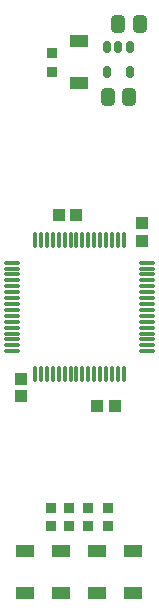
<source format=gbp>
G04*
G04 #@! TF.GenerationSoftware,Altium Limited,Altium Designer,21.0.9 (235)*
G04*
G04 Layer_Color=128*
%FSLAX25Y25*%
%MOIN*%
G70*
G04*
G04 #@! TF.SameCoordinates,CEEBEC93-FDC5-4B9E-8111-BC73F9B13B43*
G04*
G04*
G04 #@! TF.FilePolarity,Positive*
G04*
G01*
G75*
G04:AMPARAMS|DCode=21|XSize=45.28mil|YSize=57.09mil|CornerRadius=11.32mil|HoleSize=0mil|Usage=FLASHONLY|Rotation=180.000|XOffset=0mil|YOffset=0mil|HoleType=Round|Shape=RoundedRectangle|*
%AMROUNDEDRECTD21*
21,1,0.04528,0.03445,0,0,180.0*
21,1,0.02264,0.05709,0,0,180.0*
1,1,0.02264,-0.01132,0.01722*
1,1,0.02264,0.01132,0.01722*
1,1,0.02264,0.01132,-0.01722*
1,1,0.02264,-0.01132,-0.01722*
%
%ADD21ROUNDEDRECTD21*%
%ADD22R,0.04134X0.03937*%
%ADD24R,0.06299X0.03937*%
%ADD25R,0.03740X0.03543*%
G04:AMPARAMS|DCode=26|XSize=23.62mil|YSize=39.37mil|CornerRadius=5.91mil|HoleSize=0mil|Usage=FLASHONLY|Rotation=0.000|XOffset=0mil|YOffset=0mil|HoleType=Round|Shape=RoundedRectangle|*
%AMROUNDEDRECTD26*
21,1,0.02362,0.02756,0,0,0.0*
21,1,0.01181,0.03937,0,0,0.0*
1,1,0.01181,0.00591,-0.01378*
1,1,0.01181,-0.00591,-0.01378*
1,1,0.01181,-0.00591,0.01378*
1,1,0.01181,0.00591,0.01378*
%
%ADD26ROUNDEDRECTD26*%
%ADD27O,0.05512X0.01181*%
%ADD28O,0.01181X0.05512*%
%ADD29R,0.03937X0.04134*%
D21*
X45457Y170909D02*
D03*
X52543D02*
D03*
X56043Y195409D02*
D03*
X48957D02*
D03*
D22*
X29047Y131500D02*
D03*
X34953D02*
D03*
X47811Y68000D02*
D03*
X41906D02*
D03*
D24*
X36000Y175500D02*
D03*
Y189500D02*
D03*
X54000Y19500D02*
D03*
Y5500D02*
D03*
X30000D02*
D03*
Y19500D02*
D03*
X18000Y5500D02*
D03*
Y19500D02*
D03*
X42000Y5500D02*
D03*
Y19500D02*
D03*
D25*
X26500Y34150D02*
D03*
Y27850D02*
D03*
X32500Y34150D02*
D03*
Y27850D02*
D03*
X39000Y34150D02*
D03*
Y27850D02*
D03*
X45500Y34150D02*
D03*
Y27850D02*
D03*
X27000Y179350D02*
D03*
Y185650D02*
D03*
D26*
X45260Y187583D02*
D03*
X49000D02*
D03*
X52740D02*
D03*
X45260Y179236D02*
D03*
X52740D02*
D03*
D27*
X58441Y86236D02*
D03*
Y88205D02*
D03*
Y90173D02*
D03*
X58441Y92142D02*
D03*
X58441Y94110D02*
D03*
Y96079D02*
D03*
Y98047D02*
D03*
Y100016D02*
D03*
Y101984D02*
D03*
Y103953D02*
D03*
Y105921D02*
D03*
Y107890D02*
D03*
Y109858D02*
D03*
Y111827D02*
D03*
Y113795D02*
D03*
Y115764D02*
D03*
X13559D02*
D03*
Y113795D02*
D03*
Y111827D02*
D03*
Y109858D02*
D03*
Y107890D02*
D03*
Y105921D02*
D03*
Y103953D02*
D03*
Y101984D02*
D03*
Y100016D02*
D03*
Y98047D02*
D03*
Y96079D02*
D03*
Y94110D02*
D03*
Y92142D02*
D03*
Y90173D02*
D03*
Y88205D02*
D03*
Y86236D02*
D03*
D28*
X50764Y123441D02*
D03*
X48795D02*
D03*
X46827D02*
D03*
X44858D02*
D03*
X42890D02*
D03*
X40921D02*
D03*
X38953D02*
D03*
X36984D02*
D03*
X35016D02*
D03*
X33047D02*
D03*
X31079D02*
D03*
X29110D02*
D03*
X27142D02*
D03*
X25173D02*
D03*
X23205D02*
D03*
X21236D02*
D03*
Y78559D02*
D03*
X23205D02*
D03*
X25173D02*
D03*
X27142D02*
D03*
X29110D02*
D03*
X31079D02*
D03*
X33047D02*
D03*
X35016D02*
D03*
X36984D02*
D03*
X38953D02*
D03*
X40921D02*
D03*
X42890D02*
D03*
X44858Y78559D02*
D03*
X46827Y78559D02*
D03*
X48795D02*
D03*
X50764D02*
D03*
D29*
X16600Y77153D02*
D03*
Y71247D02*
D03*
X57000Y123047D02*
D03*
Y128953D02*
D03*
M02*

</source>
